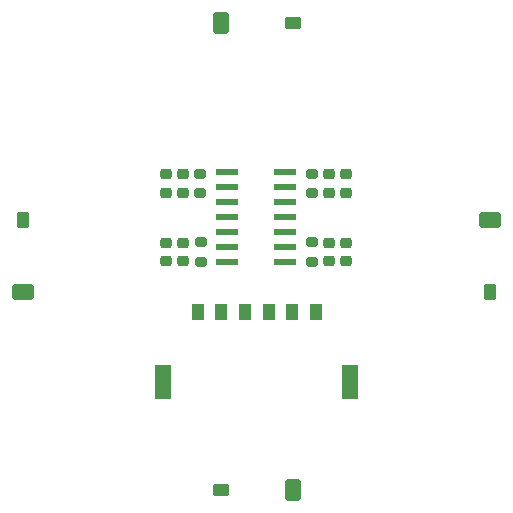
<source format=gbr>
%TF.GenerationSoftware,KiCad,Pcbnew,7.0.7*%
%TF.CreationDate,2023-11-23T17:05:24-08:00*%
%TF.ProjectId,sfh2430_breakout,73666832-3433-4305-9f62-7265616b6f75,rev?*%
%TF.SameCoordinates,Original*%
%TF.FileFunction,Paste,Top*%
%TF.FilePolarity,Positive*%
%FSLAX46Y46*%
G04 Gerber Fmt 4.6, Leading zero omitted, Abs format (unit mm)*
G04 Created by KiCad (PCBNEW 7.0.7) date 2023-11-23 17:05:24*
%MOMM*%
%LPD*%
G01*
G04 APERTURE LIST*
G04 Aperture macros list*
%AMRoundRect*
0 Rectangle with rounded corners*
0 $1 Rounding radius*
0 $2 $3 $4 $5 $6 $7 $8 $9 X,Y pos of 4 corners*
0 Add a 4 corners polygon primitive as box body*
4,1,4,$2,$3,$4,$5,$6,$7,$8,$9,$2,$3,0*
0 Add four circle primitives for the rounded corners*
1,1,$1+$1,$2,$3*
1,1,$1+$1,$4,$5*
1,1,$1+$1,$6,$7*
1,1,$1+$1,$8,$9*
0 Add four rect primitives between the rounded corners*
20,1,$1+$1,$2,$3,$4,$5,0*
20,1,$1+$1,$4,$5,$6,$7,0*
20,1,$1+$1,$6,$7,$8,$9,0*
20,1,$1+$1,$8,$9,$2,$3,0*%
G04 Aperture macros list end*
%ADD10RoundRect,0.162500X0.487500X0.787500X-0.487500X0.787500X-0.487500X-0.787500X0.487500X-0.787500X0*%
%ADD11RoundRect,0.137500X0.512500X0.412500X-0.512500X0.412500X-0.512500X-0.412500X0.512500X-0.412500X0*%
%ADD12RoundRect,0.225000X-0.250000X0.225000X-0.250000X-0.225000X0.250000X-0.225000X0.250000X0.225000X0*%
%ADD13RoundRect,0.162500X-0.487500X-0.787500X0.487500X-0.787500X0.487500X0.787500X-0.487500X0.787500X0*%
%ADD14RoundRect,0.137500X-0.512500X-0.412500X0.512500X-0.412500X0.512500X0.412500X-0.512500X0.412500X0*%
%ADD15RoundRect,0.225000X0.250000X-0.225000X0.250000X0.225000X-0.250000X0.225000X-0.250000X-0.225000X0*%
%ADD16RoundRect,0.200000X0.275000X-0.200000X0.275000X0.200000X-0.275000X0.200000X-0.275000X-0.200000X0*%
%ADD17RoundRect,0.200000X-0.275000X0.200000X-0.275000X-0.200000X0.275000X-0.200000X0.275000X0.200000X0*%
%ADD18R,1.981200X0.533400*%
%ADD19R,1.100000X1.450000*%
%ADD20R,1.350000X2.900000*%
%ADD21RoundRect,0.162500X-0.787500X0.487500X-0.787500X-0.487500X0.787500X-0.487500X0.787500X0.487500X0*%
%ADD22RoundRect,0.137500X-0.412500X0.512500X-0.412500X-0.512500X0.412500X-0.512500X0.412500X0.512500X0*%
%ADD23RoundRect,0.162500X0.787500X-0.487500X0.787500X0.487500X-0.787500X0.487500X-0.787500X-0.487500X0*%
%ADD24RoundRect,0.137500X0.412500X-0.512500X0.412500X0.512500X-0.412500X0.512500X-0.412500X-0.512500X0*%
G04 APERTURE END LIST*
D10*
%TO.C,D1*%
X99500000Y-84700000D03*
D11*
X105600000Y-84700000D03*
%TD*%
D12*
%TO.C,C8*%
X108676200Y-103302750D03*
X108676200Y-104852750D03*
%TD*%
D13*
%TO.C,D4*%
X105600000Y-124200000D03*
D14*
X99500000Y-124200000D03*
%TD*%
D15*
%TO.C,C2*%
X96326200Y-99072750D03*
X96326200Y-97522750D03*
%TD*%
D12*
%TO.C,C7*%
X110136200Y-103302750D03*
X110136200Y-104852750D03*
%TD*%
D16*
%TO.C,R1*%
X97776200Y-99122750D03*
X97776200Y-97472750D03*
%TD*%
D15*
%TO.C,C5*%
X110116200Y-99062750D03*
X110116200Y-97512750D03*
%TD*%
D17*
%TO.C,R4*%
X107212400Y-103252750D03*
X107212400Y-104902750D03*
%TD*%
D15*
%TO.C,C1*%
X94876200Y-99072750D03*
X94876200Y-97522750D03*
%TD*%
D18*
%TO.C,U1*%
X100022400Y-97342750D03*
X100022400Y-98612750D03*
X100022400Y-99882750D03*
X100022400Y-101152750D03*
X100022400Y-102422750D03*
X100022400Y-103692750D03*
X100022400Y-104962750D03*
X104950000Y-104962750D03*
X104950000Y-103692750D03*
X104950000Y-102422750D03*
X104950000Y-101152750D03*
X104950000Y-99882750D03*
X104950000Y-98612750D03*
X104950000Y-97342750D03*
%TD*%
D12*
%TO.C,C3*%
X94876200Y-103307750D03*
X94876200Y-104857750D03*
%TD*%
D19*
%TO.C,J1*%
X97550000Y-109150000D03*
X99550000Y-109150000D03*
X101550000Y-109150000D03*
X103550000Y-109150000D03*
X105550000Y-109150000D03*
X107550000Y-109150000D03*
D20*
X94655000Y-115125000D03*
X110445000Y-115125000D03*
%TD*%
D15*
%TO.C,C6*%
X108656200Y-99062750D03*
X108656200Y-97512750D03*
%TD*%
D21*
%TO.C,D2*%
X82800000Y-107500000D03*
D22*
X82800000Y-101400000D03*
%TD*%
D16*
%TO.C,R3*%
X107196200Y-99112750D03*
X107196200Y-97462750D03*
%TD*%
D17*
%TO.C,R2*%
X97796200Y-103257750D03*
X97796200Y-104907750D03*
%TD*%
D23*
%TO.C,D3*%
X122300000Y-101400000D03*
D24*
X122300000Y-107500000D03*
%TD*%
D12*
%TO.C,C4*%
X96342400Y-103307750D03*
X96342400Y-104857750D03*
%TD*%
M02*

</source>
